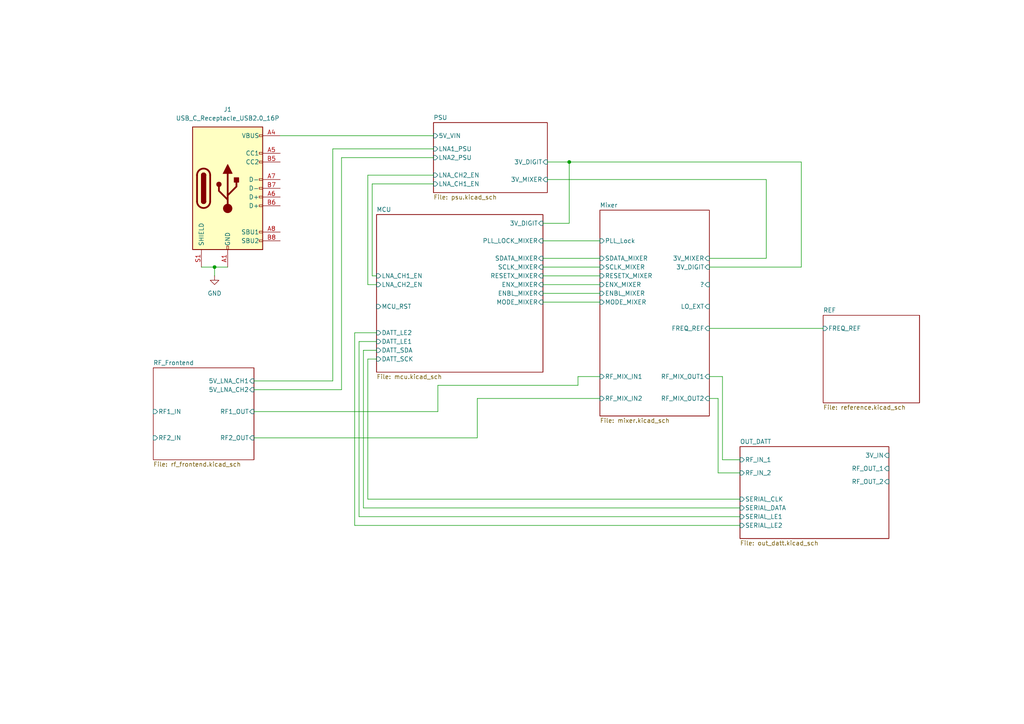
<source format=kicad_sch>
(kicad_sch (version 20250114) (generator "eeschema") (generator_version "9.0")
  (paper "A4")
  (lib_symbols
    (symbol "Connector:USB_C_Receptacle_USB2.0_16P" (pin_names (offset 1.016))
      (property "Reference" "J" (at 0 22.225 0))
      (property "Value" "USB_C_Receptacle_USB2.0_16P" (at 0 19.685 0))
      (symbol "USB_C_Receptacle_USB2.0_16P_0_0"
        (rectangle (start -0.254 -17.78) (end 0.254 -16.764))
        (rectangle (start 10.16 15.494) (end 9.144 14.986))
        (rectangle (start 10.16 10.414) (end 9.144 9.906))
        (rectangle (start 10.16 7.874) (end 9.144 7.366))
        (rectangle (start 10.16 2.794) (end 9.144 2.286))
        (rectangle (start 10.16 0.254) (end 9.144 -0.254))
        (rectangle (start 10.16 -2.286) (end 9.144 -2.794))
        (rectangle (start 10.16 -4.826) (end 9.144 -5.334))
        (rectangle (start 10.16 -12.446) (end 9.144 -12.954))
        (rectangle (start 10.16 -14.986) (end 9.144 -15.494))
      )
      (symbol "USB_C_Receptacle_USB2.0_16P_0_1"
        (rectangle (start -10.16 17.78) (end 10.16 -17.78) (stroke (width 0.254)) (fill (type background)))
        (polyline (pts (xy -8.89 -3.81) (xy -8.89 3.81)) (stroke (width 0.508)))
        (rectangle (start -7.62 -3.81) (end -6.35 3.81) (stroke (width 0.254)) (fill (type outline)))
        (arc (start -7.62 3.81) (mid -6.985 4.4423) (end -6.35 3.81) (stroke (width 0.254)))
        (arc (start -7.62 3.81) (mid -6.985 4.4423) (end -6.35 3.81) (stroke (width 0.254)) (fill (type outline)))
        (arc (start -8.89 3.81) (mid -6.985 5.7067) (end -5.08 3.81) (stroke (width 0.508)))
        (arc (start -5.08 -3.81) (mid -6.985 -5.7067) (end -8.89 -3.81) (stroke (width 0.508)))
        (arc (start -6.35 -3.81) (mid -6.985 -4.4423) (end -7.62 -3.81) (stroke (width 0.254)))
        (arc (start -6.35 -3.81) (mid -6.985 -4.4423) (end -7.62 -3.81) (stroke (width 0.254)) (fill (type outline)))
        (polyline (pts (xy -5.08 3.81) (xy -5.08 -3.81)) (stroke (width 0.508)))
        (circle (center -2.54 1.143) (radius 0.635) (stroke (width 0.254)) (fill (type outline)))
        (polyline (pts (xy -1.27 4.318) (xy 0 6.858) (xy 1.27 4.318) (xy -1.27 4.318)) (stroke (width 0.254)) (fill (type outline)))
        (polyline (pts (xy 0 -2.032) (xy 2.54 0.508) (xy 2.54 1.778)) (stroke (width 0.508)))
        (polyline (pts (xy 0 -3.302) (xy -2.54 -0.762) (xy -2.54 0.508)) (stroke (width 0.508)))
        (polyline (pts (xy 0 -5.842) (xy 0 4.318)) (stroke (width 0.508)))
        (circle (center 0 -5.842) (radius 1.27) (fill (type outline)))
        (rectangle (start 1.905 1.778) (end 3.175 3.048) (stroke (width 0.254)) (fill (type outline)))
      )
      (symbol "USB_C_Receptacle_USB2.0_16P_1_1"
        (pin passive line (at -7.62 -22.86 90) (length 5.08) (name "SHIELD") (number "S1"))
        (pin passive line (at 0 -22.86 90) (length 5.08) (name "GND") (number "A1"))
        (pin passive line (at 0 -22.86 90) (length 5.08) (hide yes) (name "GND") (number "A12"))
        (pin passive line (at 0 -22.86 90) (length 5.08) (hide yes) (name "GND") (number "B1"))
        (pin passive line (at 0 -22.86 90) (length 5.08) (hide yes) (name "GND") (number "B12"))
        (pin passive line (at 15.24 15.24 180) (length 5.08) (name "VBUS") (number "A4"))
        (pin passive line (at 15.24 15.24 180) (length 5.08) (hide yes) (name "VBUS") (number "A9"))
        (pin passive line (at 15.24 15.24 180) (length 5.08) (hide yes) (name "VBUS") (number "B4"))
        (pin passive line (at 15.24 15.24 180) (length 5.08) (hide yes) (name "VBUS") (number "B9"))
        (pin bidirectional line (at 15.24 10.16 180) (length 5.08) (name "CC1") (number "A5"))
        (pin bidirectional line (at 15.24 7.62 180) (length 5.08) (name "CC2") (number "B5"))
        (pin bidirectional line (at 15.24 2.54 180) (length 5.08) (name "D-") (number "A7"))
        (pin bidirectional line (at 15.24 0 180) (length 5.08) (name "D-") (number "B7"))
        (pin bidirectional line (at 15.24 -2.54 180) (length 5.08) (name "D+") (number "A6"))
        (pin bidirectional line (at 15.24 -5.08 180) (length 5.08) (name "D+") (number "B6"))
        (pin bidirectional line (at 15.24 -12.7 180) (length 5.08) (name "SBU1") (number "A8"))
        (pin bidirectional line (at 15.24 -15.24 180) (length 5.08) (name "SBU2") (number "B8"))
      )
    )
    (symbol "power:GND" (power) (pin_numbers (hide yes)) (pin_names (offset 0) (hide yes))
      (property "Value" "GND" (at 0 -3.81 0))
      (symbol "GND_0_1"
        (polyline (pts (xy 0 0) (xy 0 -1.27) (xy 1.27 -1.27) (xy 0 -2.54) (xy -1.27 -1.27) (xy 0 -1.27)))
      )
      (symbol "GND_1_1"
        (pin power_in line (at 0 0 270) (length 0) (name "~") (number "1"))
      )
    )
  )
  (junction (at 165.1 46.99))
  (junction (at 62.23 77.47))
  (wire (pts (xy 99.06 113.03) (xy 99.06 45.72)))
  (wire (pts (xy 205.74 115.57) (xy 208.28 115.57)))
  (wire (pts (xy 205.74 74.93) (xy 222.25 74.93)))
  (wire (pts (xy 62.23 77.47) (xy 66.04 77.47)))
  (wire (pts (xy 109.22 80.01) (xy 107.95 80.01)))
  (wire (pts (xy 105.41 101.6) (xy 105.41 147.32)))
  (wire (pts (xy 165.1 64.77) (xy 165.1 46.99)))
  (wire (pts (xy 109.22 101.6) (xy 105.41 101.6)))
  (wire (pts (xy 205.74 95.25) (xy 238.76 95.25)))
  (wire (pts (xy 157.48 77.47) (xy 173.99 77.47)))
  (wire (pts (xy 205.74 109.22) (xy 209.55 109.22)))
  (wire (pts (xy 109.22 104.14) (xy 106.68 104.14)))
  (wire (pts (xy 158.75 46.99) (xy 165.1 46.99)))
  (wire (pts (xy 104.14 149.86) (xy 214.63 149.86)))
  (wire (pts (xy 167.64 111.76) (xy 167.64 109.22)))
  (wire (pts (xy 127 111.76) (xy 167.64 111.76)))
  (wire (pts (xy 157.48 82.55) (xy 173.99 82.55)))
  (wire (pts (xy 96.52 43.18) (xy 125.73 43.18)))
  (wire (pts (xy 232.41 46.99) (xy 232.41 77.47)))
  (wire (pts (xy 157.48 74.93) (xy 173.99 74.93)))
  (wire (pts (xy 81.28 39.37) (xy 125.73 39.37)))
  (wire (pts (xy 209.55 133.35) (xy 214.63 133.35)))
  (wire (pts (xy 209.55 109.22) (xy 209.55 133.35)))
  (wire (pts (xy 208.28 137.16) (xy 214.63 137.16)))
  (wire (pts (xy 107.95 80.01) (xy 107.95 53.34)))
  (wire (pts (xy 232.41 77.47) (xy 205.74 77.47)))
  (wire (pts (xy 165.1 46.99) (xy 232.41 46.99)))
  (wire (pts (xy 102.87 96.52) (xy 109.22 96.52)))
  (wire (pts (xy 106.68 50.8) (xy 125.73 50.8)))
  (wire (pts (xy 62.23 77.47) (xy 62.23 80.01)))
  (wire (pts (xy 96.52 110.49) (xy 96.52 43.18)))
  (wire (pts (xy 73.66 119.38) (xy 127 119.38)))
  (wire (pts (xy 109.22 99.06) (xy 104.14 99.06)))
  (wire (pts (xy 104.14 99.06) (xy 104.14 149.86)))
  (wire (pts (xy 106.68 144.78) (xy 214.63 144.78)))
  (wire (pts (xy 105.41 147.32) (xy 214.63 147.32)))
  (wire (pts (xy 157.48 85.09) (xy 173.99 85.09)))
  (wire (pts (xy 127 119.38) (xy 127 111.76)))
  (wire (pts (xy 106.68 104.14) (xy 106.68 144.78)))
  (wire (pts (xy 73.66 127) (xy 138.43 127)))
  (wire (pts (xy 138.43 127) (xy 138.43 115.57)))
  (wire (pts (xy 102.87 152.4) (xy 102.87 96.52)))
  (wire (pts (xy 138.43 115.57) (xy 173.99 115.57)))
  (wire (pts (xy 208.28 115.57) (xy 208.28 137.16)))
  (wire (pts (xy 157.48 69.85) (xy 173.99 69.85)))
  (wire (pts (xy 167.64 109.22) (xy 173.99 109.22)))
  (wire (pts (xy 157.48 80.01) (xy 173.99 80.01)))
  (wire (pts (xy 158.75 52.07) (xy 222.25 52.07)))
  (wire (pts (xy 58.42 77.47) (xy 62.23 77.47)))
  (wire (pts (xy 157.48 64.77) (xy 165.1 64.77)))
  (wire (pts (xy 107.95 53.34) (xy 125.73 53.34)))
  (wire (pts (xy 73.66 110.49) (xy 96.52 110.49)))
  (wire (pts (xy 106.68 82.55) (xy 106.68 50.8)))
  (wire (pts (xy 109.22 82.55) (xy 106.68 82.55)))
  (wire (pts (xy 99.06 45.72) (xy 125.73 45.72)))
  (wire (pts (xy 222.25 52.07) (xy 222.25 74.93)))
  (wire (pts (xy 214.63 152.4) (xy 102.87 152.4)))
  (wire (pts (xy 157.48 87.63) (xy 173.99 87.63)))
  (wire (pts (xy 73.66 113.03) (xy 99.06 113.03)))
  (symbol (lib_id "Connector:USB_C_Receptacle_USB2.0_16P") (at 66.04 54.61 0) (unit 1)
    (property "Reference" "J1" (at 66.04 31.75 0))
    (property "Value" "USB_C_Receptacle_USB2.0_16P" (at 66.04 34.29 0))
    (property "Footprint" "Connector_USB:USB_C_Receptacle_G-Switch_GT-USB-7010ASV" (effects (hide yes)))
    (property "Datasheet" "https://www.usb.org/sites/default/files/documents/usb_type-c.zip" (effects (hide yes)))
    (property "Description" "USB 2.0-only 16P Type-C Receptacle connector" (effects (hide yes)))
  )
  (symbol (lib_id "power:GND") (at 62.23 80.01 0) (unit 1)
    (property "Reference" "#PWR030" (effects (hide yes)))
    (property "Value" "GND" (at 62.23 85.09 0))
    (property "Description" "Power symbol creates a global label with name \"GND\" , ground" (effects (hide yes)))
  )
  (sheet (at 173.99 60.96) (size 31.75 59.69) (stroke (width 0.1524))
    (property "Sheetname" "Mixer" (at 173.99 60.2484 0) (effects (justify left bottom)))
    (property "Sheetfile" "mixer.kicad_sch" (at 173.99 121.2346 0) (effects (justify left top)))
    (pin "3V_DIGIT" input (at 205.74 77.47 0))
    (pin "3V_MIXER" input (at 205.74 74.93 0))
    (pin "?" input (at 205.74 82.55 0))
    (pin "ENBL_MIXER" input (at 173.99 85.09 180))
    (pin "ENX_MIXER" input (at 173.99 82.55 180))
    (pin "FREQ_REF" input (at 205.74 95.25 0))
    (pin "LO_EXT" input (at 205.74 88.9 0))
    (pin "MODE_MIXER" input (at 173.99 87.63 180))
    (pin "PLL_Lock" input (at 173.99 69.85 180))
    (pin "RESETX_MIXER" input (at 173.99 80.01 180))
    (pin "RF_MIX_IN1" input (at 173.99 109.22 180))
    (pin "RF_MIX_IN2" input (at 173.99 115.57 180))
    (pin "RF_MIX_OUT1" input (at 205.74 109.22 0))
    (pin "RF_MIX_OUT2" input (at 205.74 115.57 0))
    (pin "SCLK_MIXER" input (at 173.99 77.47 180))
    (pin "SDATA_MIXER" input (at 173.99 74.93 180))
  )
  (sheet (at 238.76 91.44) (size 27.94 25.4) (stroke (width 0.1524))
    (property "Sheetname" "REF" (at 238.76 90.7284 0) (effects (justify left bottom)))
    (property "Sheetfile" "reference.kicad_sch" (at 238.76 117.4246 0) (effects (justify left top)))
    (pin "FREQ_REF" input (at 238.76 95.25 180))
  )
  (sheet (at 214.63 129.54) (size 43.18 26.67) (stroke (width 0.1524))
    (property "Sheetname" "OUT_DATT" (at 214.63 128.8284 0) (effects (justify left bottom)))
    (property "Sheetfile" "out_datt.kicad_sch" (at 214.63 156.7946 0) (effects (justify left top)))
    (pin "3V_IN" input (at 257.81 132.08 0))
    (pin "RF_IN_1" input (at 214.63 133.35 180))
    (pin "RF_IN_2" input (at 214.63 137.16 180))
    (pin "RF_OUT_1" input (at 257.81 135.89 0))
    (pin "RF_OUT_2" input (at 257.81 139.7 0))
    (pin "SERIAL_CLK" input (at 214.63 144.78 180))
    (pin "SERIAL_DATA" input (at 214.63 147.32 180))
    (pin "SERIAL_LE1" input (at 214.63 149.86 180))
    (pin "SERIAL_LE2" input (at 214.63 152.4 180))
  )
  (sheet (at 44.45 106.68) (size 29.21 26.67) (stroke (width 0.1524))
    (property "Sheetname" "RF_Frontend" (at 44.45 105.9684 0) (effects (justify left bottom)))
    (property "Sheetfile" "rf_frontend.kicad_sch" (at 44.45 133.9346 0) (effects (justify left top)))
    (pin "5V_LNA_CH1" input (at 73.66 110.49 0))
    (pin "5V_LNA_CH2" input (at 73.66 113.03 0))
    (pin "RF1_IN" input (at 44.45 119.38 180))
    (pin "RF1_OUT" input (at 73.66 119.38 0))
    (pin "RF2_IN" input (at 44.45 127 180))
    (pin "RF2_OUT" input (at 73.66 127 0))
  )
  (sheet (at 125.73 35.56) (size 33.02 20.32) (stroke (width 0.1524))
    (property "Sheetname" "PSU" (at 125.73 34.8484 0) (effects (justify left bottom)))
    (property "Sheetfile" "psu.kicad_sch" (at 125.73 56.4646 0) (effects (justify left top)))
    (pin "3V_DIGIT" input (at 158.75 46.99 0))
    (pin "3V_MIXER" input (at 158.75 52.07 0))
    (pin "5V_VIN" input (at 125.73 39.37 180))
    (pin "LNA1_PSU" input (at 125.73 43.18 180))
    (pin "LNA2_PSU" input (at 125.73 45.72 180))
    (pin "LNA_CH1_EN" input (at 125.73 53.34 180))
    (pin "LNA_CH2_EN" input (at 125.73 50.8 180))
  )
  (sheet (at 109.22 62.23) (size 48.26 45.72) (stroke (width 0.1524))
    (property "Sheetname" "MCU" (at 109.22 61.5184 0) (effects (justify left bottom)))
    (property "Sheetfile" "mcu.kicad_sch" (at 109.22 108.5346 0) (effects (justify left top)))
    (pin "3V_DIGIT" input (at 157.48 64.77 0))
    (pin "DATT_LE1" input (at 109.22 99.06 180))
    (pin "DATT_LE2" input (at 109.22 96.52 180))
    (pin "DATT_SCK" input (at 109.22 104.14 180))
    (pin "DATT_SDA" input (at 109.22 101.6 180))
    (pin "ENBL_MIXER" input (at 157.48 85.09 0))
    (pin "ENX_MIXER" input (at 157.48 82.55 0))
    (pin "LNA_CH1_EN" input (at 109.22 80.01 180))
    (pin "LNA_CH2_EN" input (at 109.22 82.55 180))
    (pin "MCU_RST" input (at 109.22 88.9 180))
    (pin "MODE_MIXER" input (at 157.48 87.63 0))
    (pin "PLL_LOCK_MIXER" input (at 157.48 69.85 0))
    (pin "RESETX_MIXER" input (at 157.48 80.01 0))
    (pin "SCLK_MIXER" input (at 157.48 77.47 0))
    (pin "SDATA_MIXER" input (at 157.48 74.93 0))
  )
)
</source>
